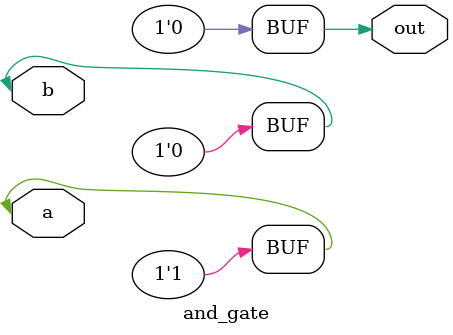
<source format=v>
`timescale 1ns / 1ps


module and_gate(a,b,out);
input wire a;
input wire b;
output wire out;

assign a=1;
assign b=0;
assign out = a & b;
endmodule

</source>
